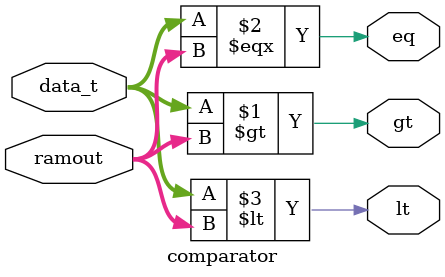
<source format=sv>
module comparator (
    input logic [7:0] data_t, ramout,
    output logic gt, eq, lt
);

assign gt = data_t > ramout;
assign eq = data_t === ramout;
assign lt = data_t < ramout;
    
endmodule
</source>
